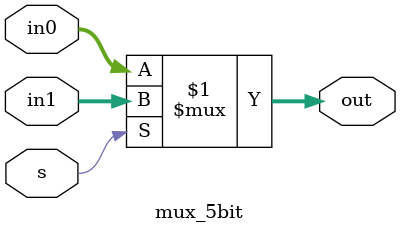
<source format=v>
 module mux_5bit (in0, in1, s, out);
 input [4:0] in0, in1;
 output [4:0] out;
 input s;
 
 assign out = s? in1:in0;

endmodule
</source>
